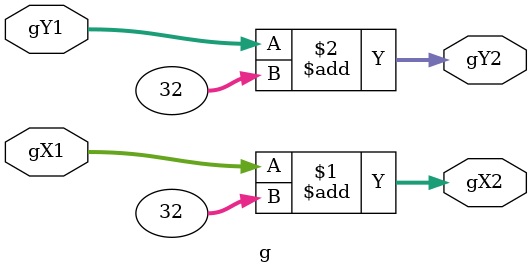
<source format=v>
module my_tri32(in, oe, out);
		input oe; //put reset back here?
		input [31:0] in;
		output [31:0] out;
		assign out = oe ? in : 32'bz;
endmodule 

module i(iX1, iY1, iX2, iY2);
	input[31:0] iX1, iY1;
	output[31:0] iX2, iY2;

	assign iX2 = iX1 + 32;
	assign iY2 = iY1 + 96;
endmodule 

module u(u1X1, u1Y1, u1X2, u1Y2, u1X3, u1Y3, u1X4);
	input[31:0] u1X1, u1Y1;
	output[31:0] u1X2, u1Y2, u1X3, u1Y3, u1X4;

	assign u1X2 = u1X1 + 32;
	assign u1X3 = u1X1 + 64;
	assign u1X4 = u1X1 + 96;
	assign u1Y2 = u1Y1 + 128;
	assign u1Y3 = u1Y1 + 96;
endmodule 

module g(gX1, gY1, gX2, gY2);
	input[31:0] gX1, gY1;
	output[31:0] gX2, gY2;

	assign gX2 = gX1 + 32;
	assign gY2 = gY1 + 32;
endmodule 
</source>
